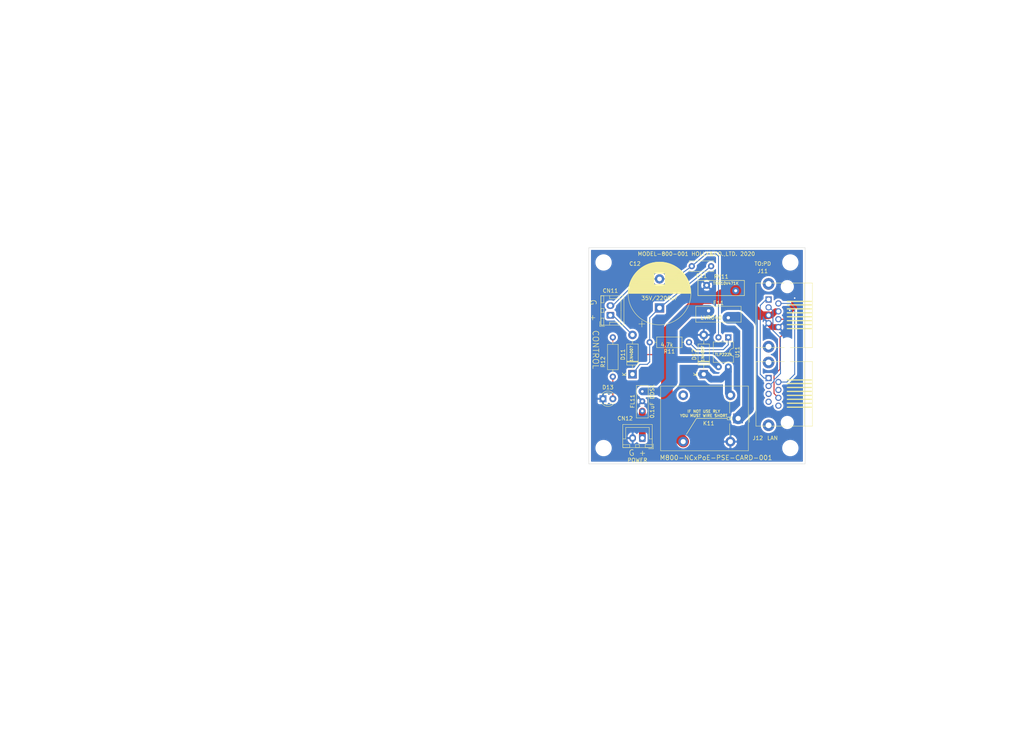
<source format=kicad_pcb>
(kicad_pcb (version 20240108) (generator "pcbnew") (generator_version "8.0")
  (title_block (title "M800-NCxPoE") (date "2020-06-29") (rev "001"))
  (layers (0 "F.Cu" signal) (31 "B.Cu" signal) (34 "B.Paste" user) (35 "F.Paste" user) (36 "B.SilkS" user "B.Silkscreen") (37 "F.SilkS" user "F.Silkscreen") (38 "B.Mask" user) (39 "F.Mask" user) (44 "Edge.Cuts" user))
  (net 0 "")
  (net 1 "Net-(C11-Pad1)")
  (net 2 "Net-(C11-Pad2)")
  (net 3 "Net-(D12-Pad1)")
  (net 4 "Net-(F11-Pad1)")
  (net 5 "/PSEBUS1")
  (net 6 "/PSEBUS3")
  (net 7 "/PSEBUS2")
  (net 8 "/PSEBUS4")
  (net 9 "Net-(J12-Pad8)")
  (net 10 "Net-(J12-Pad4)")
  (net 11 "Net-(J12-Pad7)")
  (net 12 "Net-(J12-Pad5)")
  (net 13 "Net-(K11-Pad3)")
  (net 14 "Net-(R11-Pad1)")
  (net 15 "Net-(CN11-Pad1)")
  (net 16 "Net-(CN12-Pad1)")
  (net 17 "Net-(F11-Pad2)")
  (net 18 "Net-(D13-Pad2)")
  (net 19 "/PSE_GND")
  (net 20 "/PSE_PWR")
  (footprint "Capacitor_THT:C_Disc_D6.0mm_W2.5mm_P5.00mm" (layer "F.Cu") (at 170.18 61.595 180)
    (property "Reference" "C11" (at 2.5 -2.5 0) (layer "F.SilkS"))
    (property "Value" "35V/10uF")
    (pad "1" thru_hole circle (at 0 0 180) (size 1.6 1.6) (drill 0.8) (layers "*.Cu" "*.Mask") (net 1 "Net-(C11-Pad1)"))
    (pad "2" thru_hole circle (at 5 0 180) (size 1.6 1.6) (drill 0.8) (layers "*.Cu" "*.Mask") (net 2 "Net-(C11-Pad2)"))
  )
  (footprint "Capacitor_THT:CP_Radial_D16.0mm_P7.50mm" (layer "F.Cu") (at 156.845 72.39 90)
    (property "Reference" "C12" (at 11.43 -6.35 180) (layer "F.SilkS"))
    (property "Value" "35V/2200uF")
    (pad "1" thru_hole rect (at 0 0 90) (size 2.4 2.4) (drill 1.2) (layers "*.Cu" "*.Mask") (net 1 "Net-(C11-Pad1)"))
    (pad "2" thru_hole circle (at 7.5 0 90) (size 2.4 2.4) (drill 1.2) (layers "*.Cu" "*.Mask") (net 2 "Net-(C11-Pad2)"))
  )
  (footprint "Connector_JST:JST_XH_B2B-XH-A_1x02_P2.50mm_Vertical" (layer "F.Cu") (at 144.145 74.295 90)
    (property "Reference" "CN11" (at 6.35 0 180) (layer "F.SilkS"))
    (property "Value" "02-XH-A")
    (pad "1" thru_hole roundrect (at 0 0 90) (size 1.7 2) (drill 1) (layers "*.Cu" "*.Mask") (roundrect_rratio 0.147059) (net 15 "Net-(CN11-Pad1)"))
    (pad "2" thru_hole oval (at 2.5 0 90) (size 1.7 2) (drill 1) (layers "*.Cu" "*.Mask") (net 2 "Net-(C11-Pad2)"))
  )
  (footprint "Diode_THT:D_DO-41_SOD81_P10.16mm_Horizontal" (layer "F.Cu") (at 149.86 89.535 90)
    (property "Reference" "D11" (at 5.08 -2.47 90) (layer "F.SilkS"))
    (property "Value" "1N4007")
    (fp_text user "K" (at 0 -2.1 90) (layer "F.SilkS"))
    (pad "1" thru_hole rect (at 0 0 90) (size 2.2 2.2) (drill 1.1) (layers "*.Cu" "*.Mask") (net 1 "Net-(C11-Pad1)"))
    (pad "2" thru_hole oval (at 10.16 0 90) (size 2.2 2.2) (drill 1.1) (layers "*.Cu" "*.Mask") (net 15 "Net-(CN11-Pad1)"))
  )
  (footprint "Diode_THT:D_DO-41_SOD81_P10.16mm_Horizontal" (layer "F.Cu") (at 168.275 89.535 90)
    (property "Reference" "D12" (at 5.08 -2.47 90) (layer "F.SilkS"))
    (property "Value" "1N4007")
    (fp_text user "K" (at 0 -2.1 90) (layer "F.SilkS"))
    (pad "1" thru_hole rect (at 0 0 90) (size 2.2 2.2) (drill 1.1) (layers "*.Cu" "*.Mask") (net 3 "Net-(D12-Pad1)"))
    (pad "2" thru_hole oval (at 10.16 0 90) (size 2.2 2.2) (drill 1.1) (layers "*.Cu" "*.Mask") (net 19 "/PSE_GND"))
  )
  (footprint "Fuse:Fuse_BelFuse_0ZRE0033FF_L11.4mm_W3.8mm" (layer "F.Cu") (at 174.625 74.93 180)
    (property "Reference" "F11" (at 2.54 3.81 0) (layer "F.SilkS"))
    (property "Value" "LVR040")
    (pad "1" thru_hole circle (at 0 0 180) (size 1.4 1.4) (drill 0.85) (layers "*.Cu" "*.Mask") (net 4 "Net-(F11-Pad1)"))
    (pad "2" thru_hole circle (at 5.1 1.8 180) (size 1.4 1.4) (drill 0.85) (layers "*.Cu" "*.Mask") (net 17 "Net-(F11-Pad2)"))
  )
  (footprint "HOLLY:RJ45_Neltron_7810-8P8C" (layer "F.Cu") (at 189.865 74.295 90)
    (property "Reference" "J11" (at 11.43 -6.35 180) (layer "F.SilkS"))
    (property "Value" "RJ45")
    (pad "" thru_hole circle (at -8.125 -4.84 90) (size 3 3) (drill 1.5) (layers "*.Cu" "*.Mask"))
    (pad "" np_thru_hole circle (at -7.4 0 90) (size 2.4 2.4) (drill 2.4) (layers "*.Cu" "*.Mask"))
    (pad "" np_thru_hole circle (at 7.4 0 90) (size 2.4 2.4) (drill 2.4) (layers "*.Cu" "*.Mask"))
    (pad "" thru_hole circle (at 8.125 -4.84 90) (size 3 3) (drill 1.5) (layers "*.Cu" "*.Mask"))
    (pad "1" thru_hole rect (at 4.08 -4.84 90) (size 1.6 1.6) (drill 1) (layers "*.Cu" "*.Mask") (net 5 "/PSEBUS1"))
    (pad "2" thru_hole circle (at 3.06 -2.3 90) (size 1.6 1.6) (drill 1) (layers "*.Cu" "*.Mask") (net 7 "/PSEBUS2"))
    (pad "3" thru_hole circle (at 2.04 -4.84 90) (size 1.6 1.6) (drill 1) (layers "*.Cu" "*.Mask") (net 6 "/PSEBUS3"))
    (pad "4" thru_hole circle (at 1.02 -2.3 90) (size 1.6 1.6) (drill 1) (layers "*.Cu" "*.Mask") (net 20 "/PSE_PWR"))
    (pad "5" thru_hole circle (at 0 -4.84 90) (size 1.6 1.6) (drill 1) (layers "*.Cu" "*.Mask") (net 20 "/PSE_PWR"))
    (pad "6" thru_hole circle (at -1.02 -2.3 90) (size 1.6 1.6) (drill 1) (layers "*.Cu" "*.Mask") (net 8 "/PSEBUS4"))
    (pad "7" thru_hole circle (at -2.04 -4.84 90) (size 1.6 1.6) (drill 1) (layers "*.Cu" "*.Mask") (net 19 "/PSE_GND"))
    (pad "8" thru_hole circle (at -3.06 -2.3 90) (size 1.6 1.6) (drill 1) (layers "*.Cu" "*.Mask") (net 19 "/PSE_GND"))
  )
  (footprint "HOLLY:RJ45_Neltron_7810-8P8C" (layer "F.Cu") (at 189.865 94.615 90)
    (property "Reference" "J12" (at -11.43 -7.62 180) (layer "F.SilkS"))
    (property "Value" "RJ45")
    (pad "" thru_hole circle (at -8.125 -4.84 90) (size 3 3) (drill 1.5) (layers "*.Cu" "*.Mask"))
    (pad "" np_thru_hole circle (at -7.4 0 90) (size 2.4 2.4) (drill 2.4) (layers "*.Cu" "*.Mask"))
    (pad "" np_thru_hole circle (at 7.4 0 90) (size 2.4 2.4) (drill 2.4) (layers "*.Cu" "*.Mask"))
    (pad "" thru_hole circle (at 8.125 -4.84 90) (size 3 3) (drill 1.5) (layers "*.Cu" "*.Mask"))
    (pad "1" thru_hole rect (at 4.08 -4.84 90) (size 1.6 1.6) (drill 1) (layers "*.Cu" "*.Mask") (net 5 "/PSEBUS1"))
    (pad "2" thru_hole circle (at 3.06 -2.3 90) (size 1.6 1.6) (drill 1) (layers "*.Cu" "*.Mask") (net 7 "/PSEBUS2"))
    (pad "3" thru_hole circle (at 2.04 -4.84 90) (size 1.6 1.6) (drill 1) (layers "*.Cu" "*.Mask") (net 6 "/PSEBUS3"))
    (pad "4" thru_hole circle (at 1.02 -2.3 90) (size 1.6 1.6) (drill 1) (layers "*.Cu" "*.Mask") (net 10 "Net-(J12-Pad4)"))
    (pad "5" thru_hole circle (at 0 -4.84 90) (size 1.6 1.6) (drill 1) (layers "*.Cu" "*.Mask") (net 12 "Net-(J12-Pad5)"))
    (pad "6" thru_hole circle (at -1.02 -2.3 90) (size 1.6 1.6) (drill 1) (layers "*.Cu" "*.Mask") (net 8 "/PSEBUS4"))
    (pad "7" thru_hole circle (at -2.04 -4.84 90) (size 1.6 1.6) (drill 1) (layers "*.Cu" "*.Mask") (net 11 "Net-(J12-Pad7)"))
    (pad "8" thru_hole circle (at -3.06 -2.3 90) (size 1.6 1.6) (drill 1) (layers "*.Cu" "*.Mask") (net 9 "Net-(J12-Pad8)"))
  )
  (footprint "Relay_THT:Relay_SPDT_Omron-G5LE-1" (layer "F.Cu") (at 177.165 100.965 -90)
    (property "Reference" "K11" (at 1.27 7.62 180) (layer "F.SilkS"))
    (property "Value" "JQC-3FF")
    (pad "1" thru_hole rect (at 0 0 270) (size 2.5 2.5) (drill 1.3) (layers "*.Cu" "*.Mask") (net 4 "Net-(F11-Pad1)"))
    (pad "2" thru_hole oval (at -6 2 270) (size 2.5 2.5) (drill 1.3) (layers "*.Cu" "*.Mask") (net 3 "Net-(D12-Pad1)"))
    (pad "3" thru_hole oval (at -6 14.2 270) (size 2.5 2.5) (drill 1.3) (layers "*.Cu" "*.Mask") (net 13 "Net-(K11-Pad3)"))
    (pad "4" thru_hole oval (at 6 14.2 270) (size 2.5 2.5) (drill 1.3) (layers "*.Cu" "*.Mask") (net 20 "/PSE_PWR"))
    (pad "5" thru_hole oval (at 6 2 270) (size 2.5 2.5) (drill 1.3) (layers "*.Cu" "*.Mask") (net 19 "/PSE_GND"))
  )
  (footprint "Package_DIP:DIP-4_W7.62mm" (layer "F.Cu") (at 174.625 80.01 -90)
    (property "Reference" "U11" (at 3.81 -2.33 90) (layer "F.SilkS"))
    (property "Value" "TLP222A")
    (pad "1" thru_hole rect (at 0 0 270) (size 1.6 1.6) (drill 0.8) (layers "*.Cu" "*.Mask") (net 14 "Net-(R11-Pad1)"))
    (pad "2" thru_hole oval (at 0 2.54 270) (size 1.6 1.6) (drill 0.8) (layers "*.Cu" "*.Mask") (net 2 "Net-(C11-Pad2)"))
    (pad "3" thru_hole oval (at 7.62 2.54 270) (size 1.6 1.6) (drill 0.8) (layers "*.Cu" "*.Mask") (net 17 "Net-(F11-Pad2)"))
    (pad "4" thru_hole oval (at 7.62 0 270) (size 1.6 1.6) (drill 0.8) (layers "*.Cu" "*.Mask") (net 3 "Net-(D12-Pad1)"))
  )
  (footprint "Resistor_THT:R_Axial_DIN0207_L6.3mm_D2.5mm_P10.16mm_Horizontal" (layer "F.Cu") (at 164.465 81.28 180)
    (property "Reference" "R11" (at 5.08 -2.37 0) (layer "F.SilkS"))
    (property "Value" "4.7k")
    (pad "1" thru_hole circle (at 0 0 180) (size 1.6 1.6) (drill 0.8) (layers "*.Cu" "*.Mask") (net 14 "Net-(R11-Pad1)"))
    (pad "2" thru_hole oval (at 10.16 0 180) (size 1.6 1.6) (drill 0.8) (layers "*.Cu" "*.Mask") (net 1 "Net-(C11-Pad1)"))
  )
  (footprint "Varistor:RV_Disc_D12mm_W3.9mm_P7.5mm" (layer "F.Cu") (at 176.53 67.945 180)
    (property "Reference" "RV11" (at 3.75 3.65 0) (layer "F.SilkS"))
    (property "Value" "TNR10V471K")
    (pad "1" thru_hole circle (at 0 0 180) (size 1.8 1.8) (drill 0.8) (layers "*.Cu" "*.Mask") (net 20 "/PSE_PWR"))
    (pad "2" thru_hole circle (at 7.5 1.4 180) (size 1.8 1.8) (drill 0.8) (layers "*.Cu" "*.Mask") (net 19 "/PSE_GND"))
  )
  (footprint "Connector_JST:JST_XH_B2B-XH-A_1x02_P2.50mm_Vertical" (layer "F.Cu") (at 152.4 106.045 180)
    (property "Reference" "CN12" (at 4.445 5.08 0) (layer "F.SilkS"))
    (property "Value" "02-XH-A")
    (pad "1" thru_hole roundrect (at 0 0 180) (size 1.7 2) (drill 1) (layers "*.Cu" "*.Mask") (roundrect_rratio 0.147059) (net 16 "Net-(CN12-Pad1)"))
    (pad "2" thru_hole oval (at 2.5 0 180) (size 1.7 2) (drill 1) (layers "*.Cu" "*.Mask") (net 19 "/PSE_GND"))
  )
  (footprint "LED_THT:LED_D3.0mm" (layer "F.Cu") (at 142.24 95.885)
    (property "Reference" "D13" (at 1.27 -2.96 0) (layer "F.SilkS"))
    (property "Value" "LED")
    (pad "1" thru_hole rect (at 0 0) (size 1.8 1.8) (drill 0.9) (layers "*.Cu" "*.Mask") (net 19 "/PSE_GND"))
    (pad "2" thru_hole circle (at 2.54 0) (size 1.8 1.8) (drill 0.9) (layers "*.Cu" "*.Mask") (net 18 "Net-(D13-Pad2)"))
  )
  (footprint "Resistor_THT:R_Axial_DIN0207_L6.3mm_D2.5mm_P10.16mm_Horizontal" (layer "F.Cu") (at 144.78 80.01 -90)
    (property "Reference" "R12" (at 6.35 2.54 90) (layer "F.SilkS"))
    (property "Value" "R_US")
    (pad "1" thru_hole circle (at 0 0 270) (size 1.6 1.6) (drill 0.8) (layers "*.Cu" "*.Mask") (net 20 "/PSE_PWR"))
    (pad "2" thru_hole oval (at 10.16 0 270) (size 1.6 1.6) (drill 0.8) (layers "*.Cu" "*.Mask") (net 18 "Net-(D13-Pad2)"))
  )
  (footprint "HOLLY:DSS1" (layer "F.Cu") (at 152.4 96.52 90)
    (property "Reference" "FL11" (at 0 -2.54 90) (layer "F.SilkS"))
    (property "Value" "0.1uF DDS1" (at 0 2.54 90) (layer "F.SilkS"))
    (pad "1" thru_hole circle (at -2.54 0 90) (size 1.524 1.524) (drill 0.662) (layers "*.Cu" "*.Mask") (net 16 "Net-(CN12-Pad1)"))
    (pad "2" thru_hole circle (at 0 0 90) (size 1.524 1.524) (drill 0.662) (layers "*.Cu" "*.Mask") (net 19 "/PSE_GND"))
    (pad "3" thru_hole circle (at 2.54 0 90) (size 1.524 1.524) (drill 0.662) (layers "*.Cu" "*.Mask") (net 17 "Net-(F11-Pad2)"))
  )
  (footprint "MountingHole:MountingHole_3.2mm_M3" (layer "F.Cu") (at 190.65 108.635)
    (property "Reference" "REF**" (hide yes))
    (property "Value" "MountingHole_3.2mm_M3" (hide yes))
    (pad "" np_thru_hole circle (at 0 0) (size 3.2 3.2) (drill 3.2) (layers "*.Cu" "*.Mask"))
  )
  (footprint "" (layer "F.Cu") (at 86.995 73.025)
    (property "Reference" "" (at 122.07 111.81 0) (layer "F.SilkS") (effects (font (size 1.27 1.27))))
    (property "Value" "" (at 122.07 111.81 0) (layer "F.SilkS") (effects (font (size 1.27 1.27))))
  )
  (footprint "" (layer "F.Cu") (at 171.45 71.12 90)
    (property "Reference" "" (at -13.335 -2.54 90) (layer "F.SilkS") (effects (font (size 1.27 1.27))))
    (property "Value" "" (at -13.335 -2.54 90) (layer "F.SilkS") (effects (font (size 1.27 1.27))))
    (fp_text user "1N4007" (at -13.081 -3.429 90) (layer "F.SilkS") (effects (font (size 0.7 0.7))))
  )
  (footprint "" (layer "F.Cu") (at 153.035 71.12 90)
    (property "Reference" "" (at -13.335 -2.54 90) (layer "F.SilkS") (effects (font (size 1.27 1.27))))
    (property "Value" "" (at -13.335 -2.54 90) (layer "F.SilkS") (effects (font (size 1.27 1.27))))
    (fp_text user "1N4007" (at -13.081 -3.429 90) (layer "F.SilkS") (effects (font (size 0.7 0.7))))
  )
  (footprint "MountingHole:MountingHole_3.2mm_M3" (layer "F.Cu") (at 142.39 108.635)
    (property "Reference" "REF**" (hide yes))
    (property "Value" "MountingHole_3.2mm_M3" (hide yes))
    (pad "" np_thru_hole circle (at 0 0) (size 3.2 3.2) (drill 3.2) (layers "*.Cu" "*.Mask"))
  )
  (footprint "" (layer "F.Cu") (at 85.09 73.025)
    (property "Reference" "" (at 122.07 111.81 0) (layer "F.SilkS") (effects (font (size 1.27 1.27))))
    (property "Value" "" (at 122.07 111.81 0) (layer "F.SilkS") (effects (font (size 1.27 1.27))))
  )
  (footprint "MountingHole:MountingHole_3.2mm_M3" (layer "F.Cu") (at 190.65 60.635)
    (property "Reference" "REF**" (hide yes))
    (property "Value" "MountingHole_3.2mm_M3" (hide yes))
    (pad "" np_thru_hole circle (at 0 0) (size 3.2 3.2) (drill 3.2) (layers "*.Cu" "*.Mask"))
  )
  (footprint "MountingHole:MountingHole_3.2mm_M3" (layer "F.Cu") (at 142.39 60.635)
    (property "Reference" "REF**" (hide yes))
    (property "Value" "MountingHole_3.2mm_M3" (hide yes))
    (pad "" np_thru_hole circle (at 0 0) (size 3.2 3.2) (drill 3.2) (layers "*.Cu" "*.Mask"))
  )
  (footprint "" (layer "F.Cu") (at -13.335 -2.54)
    (property "Reference" "" (at 104.775 86.995 0) (layer "F.SilkS") (effects (font (size 1.27 1.27))))
    (property "Value" "" (at 104.775 86.995 0) (layer "F.SilkS") (effects (font (size 1.27 1.27))))
    (fp_text user "4.7k" (at 172.085 84.455 0) (layer "F.SilkS"))
  )
  (footprint "" (layer "F.Cu") (at 22.86 -6.985)
    (property "Reference" "" (at 80.645 50.165 0) (layer "F.SilkS") (effects (font (size 1.27 1.27))))
    (property "Value" "" (at 80.645 50.165 0) (layer "F.SilkS") (effects (font (size 1.27 1.27))))
    (fp_text user "TNR10V471K" (at 151.13 73.025 180) (layer "F.SilkS") (effects (font (size 0.7 0.7))))
  )
  (footprint "" (layer "F.Cu") (at 173.355 83.82)
    (property "Reference" "" (at 77.47 85.09 0) (layer "F.SilkS") (effects (font (size 1.27 1.27))))
    (property "Value" "" (at 77.47 85.09 0) (layer "F.SilkS") (effects (font (size 1.27 1.27))))
    (fp_text user "TLP222A" (at 0 0.635 180) (layer "F.SilkS") (effects (font (size 0.7 0.7))))
  )
  (footprint "" (layer "F.Cu") (at 85.09 73.025)
    (property "Reference" "" (at 122.07 111.81 0) (layer "F.SilkS") (effects (font (size 1.27 1.27))))
    (property "Value" "" (at 122.07 111.81 0) (layer "F.SilkS") (effects (font (size 1.27 1.27))))
  )
  (footprint "" (layer "F.Cu") (at 149.225 46.99)
    (property "Reference" "" (at 85.09 73.025 0) (layer "F.SilkS") (effects (font (size 1.27 1.27))))
    (property "Value" "" (at 85.09 73.025 0) (layer "F.SilkS") (effects (font (size 1.27 1.27))))
    (fp_text user "35V/2200uF" (at 7.62 22.86 180) (layer "F.SilkS"))
  )
  (footprint "" (layer "F.Cu") (at 146.05 81.915)
    (property "Reference" "" (at 22.86 -6.985 0) (layer "F.SilkS") (effects (font (size 1.27 1.27))))
    (property "Value" "" (at 22.86 -6.985 0) (layer "F.SilkS") (effects (font (size 1.27 1.27))))
    (fp_text user "LVR040" (at 24.1554 -6.985 0) (layer "F.SilkS"))
  )
  (gr_line (start 166.37 100.965) (end 163.83 105.029) (stroke (width 0.15)) (layer "F.SilkS"))
  (gr_line (start 174.244 100.965) (end 166.37 100.965) (stroke (width 0.15)) (layer "F.SilkS"))
  (gr_line (start 138.58 112.705) (end 138.58 56.825) (stroke (width 0.1)) (layer "Edge.Cuts"))
  (gr_line (start 138.58 56.825) (end 194.46 56.825) (stroke (width 0.1)) (layer "Edge.Cuts"))
  (gr_line (start 194.46 56.825) (end 194.46 112.705) (stroke (width 0.1)) (layer "Edge.Cuts"))
  (gr_line (start 138.58 112.705) (end 194.46 112.705) (stroke (width 0.1)) (layer "Edge.Cuts"))
  (gr_text "M800-NCxPoE-PSE-CARD-001" (at 171.45 111.125 0) (layer "F.SilkS") (effects (font (size 1.2 1.2))))
  (gr_text "POWER" (at 151.13 111.76 0) (layer "F.SilkS") (effects (font (size 1 1))))
  (gr_text "G +" (at 151.13 109.855 0) (layer "F.SilkS") (effects (font (size 1.5 1.5))))
  (gr_text "IF NOT USE RLY\nYOU MUST WIRE SHORT" (at 168.275 99.695 0) (layer "F.SilkS") (effects (font (size 0.7 0.7))))
  (gr_text "MODEL-800-001 HOLLY&CO.,LTD. 2020" (at 166.37 58.42 0) (layer "F.SilkS") (effects (font (size 1 1))))
  (gr_text "CONTROL" (at 140.335 83.185 270) (layer "F.SilkS") (effects (font (size 1.5 1.5))))
  (gr_text "G  +" (at 139.7 73.025 270) (layer "F.SilkS") (effects (font (size 1.5 1.5))))
  (gr_text "LAN" (at 186.055 106.045 0) (layer "F.SilkS") (effects (font (size 1 1))))
  (gr_text "TO:PD" (at 183.515 60.96 0) (layer "F.SilkS") (effects (font (size 1 1))))
  (segment (start 153.67 86.995) (end 151.765 86.995) (width 0.25) (layer "B.Cu") (net 1))
  (segment (start 154.305 74.93) (end 154.305 81.28) (width 0.25) (layer "B.Cu") (net 1))
  (segment (start 154.305 81.28) (end 154.305 85.725) (width 0.25) (layer "B.Cu") (net 1))
  (segment (start 154.305 86.36) (end 153.67 86.995) (width 0.25) (layer "B.Cu") (net 1))
  (segment (start 151.765 86.995) (end 149.86 89.535) (width 0.25) (layer "B.Cu") (net 1))
  (segment (start 170.18 61.595) (end 156.845 72.39) (width 0.25) (layer "B.Cu") (net 1))
  (segment (start 156.845 72.39) (end 154.305 74.93) (width 0.25) (layer "B.Cu") (net 1))
  (segment (start 154.305 85.725) (end 154.305 86.36) (width 0.25) (layer "B.Cu") (net 1))
  (segment (start 144.145 71.795) (end 144.74 71.795) (width 0.25) (layer "F.Cu") (net 2))
  (segment (start 156.845 64.89) (end 160.615 64.89) (width 0.25) (layer "B.Cu") (net 2))
  (segment (start 171.45 58.42) (end 168.91 58.42) (width 0.25) (layer "B.Cu") (net 2))
  (segment (start 172.085 59.055) (end 171.45 58.42) (width 0.25) (layer "B.Cu") (net 2))
  (segment (start 160.615 64.89) (end 165.18 61.595) (width 0.25) (layer "B.Cu") (net 2))
  (segment (start 168.91 58.42) (end 165.18 61.595) (width 0.25) (layer "B.Cu") (net 2))
  (segment (start 172.085 80.01) (end 172.085 59.055) (width 0.25) (layer "B.Cu") (net 2))
  (segment (start 151.645 64.89) (end 156.845 64.89) (width 0.25) (layer "B.Cu") (net 2))
  (segment (start 144.74 71.795) (end 151.645 64.89) (width 0.25) (layer "B.Cu") (net 2))
  (segment (start 167.64 89.535) (end 168.91 89.535) (width 1.75) (layer "B.Cu") (net 3))
  (segment (start 174.625 87.63) (end 174.625 94.425) (width 1.75) (layer "B.Cu") (net 3))
  (segment (start 168.91 89.535) (end 170.18 90.805) (width 1.75) (layer "B.Cu") (net 3))
  (segment (start 174.625 88.9) (end 174.625 87.63) (width 1.75) (layer "B.Cu") (net 3))
  (segment (start 174.625 94.425) (end 175.165 94.965) (width 1.75) (layer "B.Cu") (net 3))
  (segment (start 170.18 90.805) (end 172.72 90.805) (width 1.75) (layer "B.Cu") (net 3))
  (segment (start 172.72 90.805) (end 174.625 88.9) (width 1.75) (layer "B.Cu") (net 3))
  (segment (start 177.165 74.93) (end 179.705 77.47) (width 3) (layer "B.Cu") (net 4))
  (segment (start 179.705 77.47) (end 179.705 98.425) (width 3) (layer "B.Cu") (net 4))
  (segment (start 179.705 98.425) (end 177.165 100.965) (width 3) (layer "B.Cu") (net 4))
  (segment (start 174.625 74.93) (end 177.165 74.93) (width 3) (layer "B.Cu") (net 4))
  (segment (start 183.88 90.535) (end 185.025 90.535) (width 0.25) (layer "B.Cu") (net 5))
  (segment (start 184.42 70.215) (end 182.88 71.755) (width 0.25) (layer "B.Cu") (net 5))
  (segment (start 182.88 89.535) (end 183.88 90.535) (width 0.25) (layer "B.Cu") (net 5))
  (segment (start 182.88 71.755) (end 182.88 89.535) (width 0.25) (layer "B.Cu") (net 5))
  (segment (start 185.025 70.215) (end 184.42 70.215) (width 0.25) (layer "B.Cu") (net 5))
  (segment (start 188.105001 80.155001) (end 188.105001 89.349997) (width 0.25) (layer "B.Cu") (net 6))
  (segment (start 185.025 72.255) (end 185.285 72.255) (width 0.25) (layer "B.Cu") (net 6))
  (segment (start 188.105001 89.349997) (end 186.439999 91.014999) (width 0.25) (layer "B.Cu") (net 6))
  (segment (start 186.150001 78.200001) (end 188.105001 80.155001) (width 0.25) (layer "B.Cu") (net 6))
  (segment (start 186.150001 73.120001) (end 186.150001 78.200001) (width 0.25) (layer "B.Cu") (net 6))
  (segment (start 185.170002 92.575) (end 185.025 92.575) (width 0.25) (layer "B.Cu") (net 6))
  (segment (start 186.439999 91.014999) (end 186.439999 91.305003) (width 0.25) (layer "B.Cu") (net 6))
  (segment (start 186.439999 91.305003) (end 185.170002 92.575) (width 0.25) (layer "B.Cu") (net 6))
  (segment (start 185.285 72.255) (end 186.150001 73.120001) (width 0.25) (layer "B.Cu") (net 6))
  (segment (start 190.615 71.235) (end 191.77 72.39) (width 0.25) (layer "B.Cu") (net 7))
  (segment (start 189.75 91.555) (end 187.565 91.555) (width 0.25) (layer "B.Cu") (net 7))
  (segment (start 187.565 71.235) (end 190.615 71.235) (width 0.25) (layer "B.Cu") (net 7))
  (segment (start 191.77 72.39) (end 191.77 89.535) (width 0.25) (layer "B.Cu") (net 7))
  (segment (start 191.77 89.535) (end 189.75 91.555) (width 0.25) (layer "B.Cu") (net 7))
  (segment (start 189.865 78.105) (end 187.96 80.01) (width 0.25) (layer "F.Cu") (net 8))
  (segment (start 187.96 80.01) (end 187.96 88.265) (width 0.25) (layer "F.Cu") (net 8))
  (segment (start 186.439999 89.785001) (end 186.439999 94.509999) (width 0.25) (layer "F.Cu") (net 8))
  (segment (start 189.615 75.315) (end 189.865 75.565) (width 0.25) (layer "F.Cu") (net 8))
  (segment (start 189.865 75.565) (end 189.865 78.105) (width 0.25) (layer "F.Cu") (net 8))
  (segment (start 186.439999 94.509999) (end 187.565 95.635) (width 0.25) (layer "F.Cu") (net 8))
  (segment (start 187.565 75.315) (end 189.615 75.315) (width 0.25) (layer "F.Cu") (net 8))
  (segment (start 187.96 88.265) (end 186.439999 89.785001) (width 0.25) (layer "F.Cu") (net 8))
  (segment (start 166.37 83.185) (end 173.355 83.185) (width 0.25) (layer "B.Cu") (net 14))
  (segment (start 174.625 81.915) (end 174.625 80.01) (width 0.25) (layer "B.Cu") (net 14))
  (segment (start 173.355 83.185) (end 174.625 81.915) (width 0.25) (layer "B.Cu") (net 14))
  (segment (start 164.465 81.28) (end 166.37 83.185) (width 0.25) (layer "B.Cu") (net 14))
  (segment (start 144.145 74.295) (end 144.78 74.295) (width 0.25) (layer "F.Cu") (net 15))
  (segment (start 144.78 74.295) (end 149.86 79.375) (width 0.25) (layer "B.Cu") (net 15))
  (segment (start 152.4 99.06) (end 152.4 106.045) (width 1.75) (layer "F.Cu") (net 16))
  (segment (start 157.48 93.98) (end 160.02 91.44) (width 3) (layer "B.Cu") (net 17))
  (segment (start 160.02 91.44) (end 160.02 85.725) (width 3) (layer "B.Cu") (net 17))
  (segment (start 160.02 85.725) (end 160.02 77.47) (width 3) (layer "B.Cu") (net 17))
  (segment (start 164.36 73.13) (end 169.525 73.13) (width 3) (layer "B.Cu") (net 17))
  (segment (start 152.4 93.98) (end 157.48 93.98) (width 2) (layer "B.Cu") (net 17))
  (segment (start 170.18 85.725) (end 160.02 85.725) (width 1.75) (layer "B.Cu") (net 17))
  (segment (start 160.02 77.47) (end 164.36 73.13) (width 3) (layer "B.Cu") (net 17))
  (segment (start 172.085 87.63) (end 170.18 85.725) (width 1.75) (layer "B.Cu") (net 17))
  (segment (start 144.78 90.17) (end 144.78 95.885) (width 0.25) (layer "F.Cu") (net 18))
  (segment (start 186.045 77.355) (end 185.025 76.335) (width 1.5) (layer "F.Cu") (net 19))
  (segment (start 187.565 77.355) (end 186.045 77.355) (width 1.5) (layer "F.Cu") (net 19))
  (segment (start 191.77 71.755) (end 190.5 73.025) (width 1.75) (layer "F.Cu") (net 19))
  (segment (start 191.77 69.85) (end 191.77 71.755) (width 1.75) (layer "F.Cu") (net 19))
  (via (at 190.5 73.025) (size 0.8) (drill 0.4) (layers "F.Cu" "B.Cu") (net 19))
  (via (at 191.77 69.85) (size 0.8) (drill 0.4) (layers "F.Cu" "B.Cu") (net 19))
  (segment (start 185.809998 74.295) (end 186.829998 73.275) (width 1.5) (layer "F.Cu") (net 20))
  (segment (start 185.025 74.295) (end 185.809998 74.295) (width 1.5) (layer "F.Cu") (net 20))
  (segment (start 158.75 84.455) (end 158.75 102.75) (width 3) (layer "F.Cu") (net 20))
  (segment (start 182.88 74.295) (end 185.025 74.295) (width 2) (layer "F.Cu") (net 20))
  (segment (start 146.685 84.455) (end 158.75 84.455) (width 0.25) (layer "F.Cu") (net 20))
  (segment (start 172.085 69.85) (end 167.64 69.85) (width 3) (layer "F.Cu") (net 20))
  (segment (start 144.78 82.55) (end 146.685 84.455) (width 0.25) (layer "F.Cu") (net 20))
  (segment (start 172.789999 69.145001) (end 172.085 69.85) (width 3) (layer "F.Cu") (net 20))
  (segment (start 175.329999 69.145001) (end 172.789999 69.145001) (width 3) (layer "F.Cu") (net 20))
  (segment (start 167.64 69.85) (end 158.75 78.74) (width 3) (layer "F.Cu") (net 20))
  (segment (start 158.75 78.74) (end 158.75 84.455) (width 3) (layer "F.Cu") (net 20))
  (segment (start 176.53 67.945) (end 175.329999 69.145001) (width 3) (layer "F.Cu") (net 20))
  (segment (start 176.53 67.945) (end 182.88 74.295) (width 2.5) (layer "F.Cu") (net 20))
  (segment (start 186.829998 73.275) (end 187.565 73.275) (width 1.5) (layer "F.Cu") (net 20))
  (segment (start 158.75 102.75) (end 162.965 106.965) (width 3) (layer "F.Cu") (net 20))
  (segment (start 144.78 80.01) (end 144.78 82.55) (width 0.25) (layer "F.Cu") (net 20))
  (zone (net 19) (net_name "/PSE_GND") (layer "B.Cu") (connect_pads (clearance 0.508)) (min_thickness 0.254) (fill yes (thermal_gap 0.508) (thermal_bridge_width 0.508))
    (polygon (pts (xy 194.31 113.03) (xy 138.43 113.03) (xy 138.43 56.515) (xy 194.31 56.515)))
  )
)
</source>
